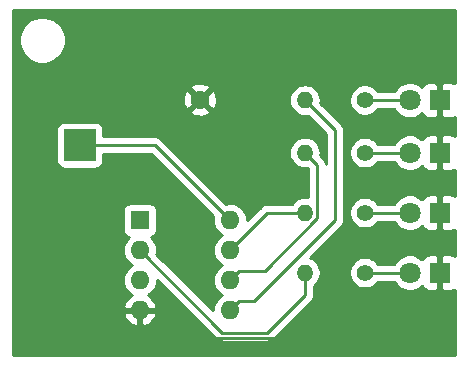
<source format=gtl>
G04 #@! TF.GenerationSoftware,KiCad,Pcbnew,(5.1.2)-1*
G04 #@! TF.CreationDate,2019-05-12T20:46:33-04:00*
G04 #@! TF.ProjectId,Demo2,44656d6f-322e-46b6-9963-61645f706362,rev?*
G04 #@! TF.SameCoordinates,PX80fd3d8PY55fe290*
G04 #@! TF.FileFunction,Copper,L1,Top*
G04 #@! TF.FilePolarity,Positive*
%FSLAX46Y46*%
G04 Gerber Fmt 4.6, Leading zero omitted, Abs format (unit mm)*
G04 Created by KiCad (PCBNEW (5.1.2)-1) date 2019-05-12 20:46:33*
%MOMM*%
%LPD*%
G04 APERTURE LIST*
%ADD10C,1.400000*%
%ADD11O,1.400000X1.400000*%
%ADD12R,2.700000X2.700000*%
%ADD13C,1.600000*%
%ADD14R,1.800000X1.800000*%
%ADD15C,1.800000*%
%ADD16R,1.600000X1.600000*%
%ADD17O,1.600000X1.600000*%
%ADD18C,0.250000*%
%ADD19C,0.254000*%
G04 APERTURE END LIST*
D10*
X30480000Y22225000D03*
D11*
X25400000Y22225000D03*
D12*
X6350000Y18415000D03*
D13*
X16520000Y22265000D03*
D14*
X36830000Y22225000D03*
D15*
X34290000Y22225000D03*
X34290000Y17780000D03*
D14*
X36830000Y17780000D03*
X36830000Y12700000D03*
D15*
X34290000Y12700000D03*
X34290000Y7620000D03*
D14*
X36830000Y7620000D03*
D11*
X25400000Y17780000D03*
D10*
X30480000Y17780000D03*
X30480000Y12700000D03*
D11*
X25400000Y12700000D03*
X25400000Y7620000D03*
D10*
X30480000Y7620000D03*
D16*
X11430000Y12065000D03*
D17*
X19050000Y4445000D03*
X11430000Y9525000D03*
X19050000Y6985000D03*
X11430000Y6985000D03*
X19050000Y9525000D03*
X11430000Y4445000D03*
X19050000Y12065000D03*
D18*
X12700000Y18415000D02*
X19050000Y12065000D01*
X6350000Y18415000D02*
X12700000Y18415000D01*
X36830000Y22225000D02*
X36830000Y17780000D01*
X36830000Y17780000D02*
X36830000Y12700000D01*
X36830000Y12700000D02*
X36830000Y7620000D01*
X18900000Y24645000D02*
X16520000Y22265000D01*
X35560000Y24645000D02*
X18900000Y24645000D01*
X36830000Y22225000D02*
X36830000Y23375000D01*
X36830000Y23375000D02*
X35560000Y24645000D01*
X11430000Y3313630D02*
X12700000Y2043630D01*
X11430000Y4445000D02*
X11430000Y3313630D01*
X12700000Y2043630D02*
X33158630Y2043630D01*
X33158630Y2043630D02*
X36830000Y5715000D01*
X36830000Y5715000D02*
X36830000Y7620000D01*
X30480000Y22225000D02*
X34290000Y22225000D01*
X30480000Y17780000D02*
X34290000Y17780000D01*
X30480000Y12700000D02*
X34290000Y12700000D01*
X30480000Y7620000D02*
X34290000Y7620000D01*
X19849999Y5244999D02*
X21119999Y5244999D01*
X19050000Y4445000D02*
X19849999Y5244999D01*
X21119999Y5244999D02*
X27940000Y12065000D01*
X27940000Y19685000D02*
X25400000Y22225000D01*
X27940000Y12065000D02*
X27940000Y19685000D01*
X26099999Y17080001D02*
X25400000Y17780000D01*
X26425001Y16754999D02*
X26099999Y17080001D01*
X26425001Y12207999D02*
X26425001Y16754999D01*
X22002001Y7784999D02*
X26425001Y12207999D01*
X19849999Y7784999D02*
X22002001Y7784999D01*
X19050000Y6985000D02*
X19849999Y7784999D01*
X22225000Y12700000D02*
X25400000Y12700000D01*
X19050000Y9525000D02*
X22225000Y12700000D01*
X25400000Y5715000D02*
X25400000Y7620000D01*
X22225000Y2540000D02*
X25400000Y5715000D01*
X11430000Y9525000D02*
X18415000Y2540000D01*
X18415000Y2540000D02*
X22225000Y2540000D01*
D19*
G36*
X38075000Y23660612D02*
G01*
X37974180Y23714502D01*
X37854482Y23750812D01*
X37730000Y23763072D01*
X37115750Y23760000D01*
X36957000Y23601250D01*
X36957000Y22352000D01*
X36977000Y22352000D01*
X36977000Y22098000D01*
X36957000Y22098000D01*
X36957000Y20848750D01*
X37115750Y20690000D01*
X37730000Y20686928D01*
X37854482Y20699188D01*
X37974180Y20735498D01*
X38075000Y20789388D01*
X38075000Y19215612D01*
X37974180Y19269502D01*
X37854482Y19305812D01*
X37730000Y19318072D01*
X37115750Y19315000D01*
X36957000Y19156250D01*
X36957000Y17907000D01*
X36977000Y17907000D01*
X36977000Y17653000D01*
X36957000Y17653000D01*
X36957000Y16403750D01*
X37115750Y16245000D01*
X37730000Y16241928D01*
X37854482Y16254188D01*
X37974180Y16290498D01*
X38075000Y16344389D01*
X38075001Y14135611D01*
X37974180Y14189502D01*
X37854482Y14225812D01*
X37730000Y14238072D01*
X37115750Y14235000D01*
X36957000Y14076250D01*
X36957000Y12827000D01*
X36977000Y12827000D01*
X36977000Y12573000D01*
X36957000Y12573000D01*
X36957000Y11323750D01*
X37115750Y11165000D01*
X37730000Y11161928D01*
X37854482Y11174188D01*
X37974180Y11210498D01*
X38075001Y11264389D01*
X38075001Y9055611D01*
X37974180Y9109502D01*
X37854482Y9145812D01*
X37730000Y9158072D01*
X37115750Y9155000D01*
X36957000Y8996250D01*
X36957000Y7747000D01*
X36977000Y7747000D01*
X36977000Y7493000D01*
X36957000Y7493000D01*
X36957000Y6243750D01*
X37115750Y6085000D01*
X37730000Y6081928D01*
X37854482Y6094188D01*
X37974180Y6130498D01*
X38075001Y6184389D01*
X38075001Y660000D01*
X660000Y660000D01*
X660000Y4095961D01*
X10038096Y4095961D01*
X10078754Y3961913D01*
X10198963Y3707580D01*
X10366481Y3481586D01*
X10574869Y3292615D01*
X10816119Y3147930D01*
X11080960Y3053091D01*
X11303000Y3174376D01*
X11303000Y4318000D01*
X11557000Y4318000D01*
X11557000Y3174376D01*
X11779040Y3053091D01*
X12043881Y3147930D01*
X12285131Y3292615D01*
X12493519Y3481586D01*
X12661037Y3707580D01*
X12781246Y3961913D01*
X12821904Y4095961D01*
X12699915Y4318000D01*
X11557000Y4318000D01*
X11303000Y4318000D01*
X10160085Y4318000D01*
X10038096Y4095961D01*
X660000Y4095961D01*
X660000Y19765000D01*
X4361928Y19765000D01*
X4361928Y17065000D01*
X4374188Y16940518D01*
X4410498Y16820820D01*
X4469463Y16710506D01*
X4548815Y16613815D01*
X4645506Y16534463D01*
X4755820Y16475498D01*
X4875518Y16439188D01*
X5000000Y16426928D01*
X7700000Y16426928D01*
X7824482Y16439188D01*
X7944180Y16475498D01*
X8054494Y16534463D01*
X8151185Y16613815D01*
X8230537Y16710506D01*
X8289502Y16820820D01*
X8325812Y16940518D01*
X8338072Y17065000D01*
X8338072Y17655000D01*
X12385199Y17655000D01*
X17649292Y12390906D01*
X17635764Y12346309D01*
X17608057Y12065000D01*
X17635764Y11783691D01*
X17717818Y11513192D01*
X17851068Y11263899D01*
X18030392Y11045392D01*
X18248899Y10866068D01*
X18381858Y10795000D01*
X18248899Y10723932D01*
X18030392Y10544608D01*
X17851068Y10326101D01*
X17717818Y10076808D01*
X17635764Y9806309D01*
X17608057Y9525000D01*
X17635764Y9243691D01*
X17717818Y8973192D01*
X17851068Y8723899D01*
X18030392Y8505392D01*
X18248899Y8326068D01*
X18381858Y8255000D01*
X18248899Y8183932D01*
X18030392Y8004608D01*
X17851068Y7786101D01*
X17717818Y7536808D01*
X17635764Y7266309D01*
X17608057Y6985000D01*
X17635764Y6703691D01*
X17717818Y6433192D01*
X17851068Y6183899D01*
X18030392Y5965392D01*
X18248899Y5786068D01*
X18381858Y5715000D01*
X18248899Y5643932D01*
X18030392Y5464608D01*
X17851068Y5246101D01*
X17717818Y4996808D01*
X17635764Y4726309D01*
X17608057Y4445000D01*
X17610598Y4419204D01*
X12830708Y9199093D01*
X12844236Y9243691D01*
X12871943Y9525000D01*
X12844236Y9806309D01*
X12762182Y10076808D01*
X12628932Y10326101D01*
X12449608Y10544608D01*
X12336518Y10637419D01*
X12354482Y10639188D01*
X12474180Y10675498D01*
X12584494Y10734463D01*
X12681185Y10813815D01*
X12760537Y10910506D01*
X12819502Y11020820D01*
X12855812Y11140518D01*
X12868072Y11265000D01*
X12868072Y12865000D01*
X12855812Y12989482D01*
X12819502Y13109180D01*
X12760537Y13219494D01*
X12681185Y13316185D01*
X12584494Y13395537D01*
X12474180Y13454502D01*
X12354482Y13490812D01*
X12230000Y13503072D01*
X10630000Y13503072D01*
X10505518Y13490812D01*
X10385820Y13454502D01*
X10275506Y13395537D01*
X10178815Y13316185D01*
X10099463Y13219494D01*
X10040498Y13109180D01*
X10004188Y12989482D01*
X9991928Y12865000D01*
X9991928Y11265000D01*
X10004188Y11140518D01*
X10040498Y11020820D01*
X10099463Y10910506D01*
X10178815Y10813815D01*
X10275506Y10734463D01*
X10385820Y10675498D01*
X10505518Y10639188D01*
X10523482Y10637419D01*
X10410392Y10544608D01*
X10231068Y10326101D01*
X10097818Y10076808D01*
X10015764Y9806309D01*
X9988057Y9525000D01*
X10015764Y9243691D01*
X10097818Y8973192D01*
X10231068Y8723899D01*
X10410392Y8505392D01*
X10628899Y8326068D01*
X10761858Y8255000D01*
X10628899Y8183932D01*
X10410392Y8004608D01*
X10231068Y7786101D01*
X10097818Y7536808D01*
X10015764Y7266309D01*
X9988057Y6985000D01*
X10015764Y6703691D01*
X10097818Y6433192D01*
X10231068Y6183899D01*
X10410392Y5965392D01*
X10628899Y5786068D01*
X10766682Y5712421D01*
X10574869Y5597385D01*
X10366481Y5408414D01*
X10198963Y5182420D01*
X10078754Y4928087D01*
X10038096Y4794039D01*
X10160085Y4572000D01*
X11303000Y4572000D01*
X11303000Y4592000D01*
X11557000Y4592000D01*
X11557000Y4572000D01*
X12699915Y4572000D01*
X12821904Y4794039D01*
X12781246Y4928087D01*
X12661037Y5182420D01*
X12493519Y5408414D01*
X12285131Y5597385D01*
X12093318Y5712421D01*
X12231101Y5786068D01*
X12449608Y5965392D01*
X12628932Y6183899D01*
X12762182Y6433192D01*
X12844236Y6703691D01*
X12871943Y6985000D01*
X12869402Y7010796D01*
X17851201Y2028997D01*
X17874999Y1999999D01*
X17990724Y1905026D01*
X18122753Y1834454D01*
X18266014Y1790997D01*
X18377667Y1780000D01*
X18377675Y1780000D01*
X18415000Y1776324D01*
X18452325Y1780000D01*
X22187678Y1780000D01*
X22225000Y1776324D01*
X22262322Y1780000D01*
X22262333Y1780000D01*
X22373986Y1790997D01*
X22517247Y1834454D01*
X22649276Y1905026D01*
X22765001Y1999999D01*
X22788804Y2029003D01*
X25911004Y5151202D01*
X25940001Y5174999D01*
X25997448Y5244998D01*
X26034974Y5290723D01*
X26105546Y5422753D01*
X26144145Y5550000D01*
X26149003Y5566014D01*
X26160000Y5677667D01*
X26160000Y5677676D01*
X26163676Y5714999D01*
X26160000Y5752322D01*
X26160000Y6516702D01*
X26348555Y6671445D01*
X26515382Y6874725D01*
X26639347Y7106646D01*
X26715683Y7358294D01*
X26741459Y7620000D01*
X26728509Y7751486D01*
X29145000Y7751486D01*
X29145000Y7488514D01*
X29196304Y7230595D01*
X29296939Y6987641D01*
X29443038Y6768987D01*
X29628987Y6583038D01*
X29847641Y6436939D01*
X30090595Y6336304D01*
X30348514Y6285000D01*
X30611486Y6285000D01*
X30869405Y6336304D01*
X31112359Y6436939D01*
X31331013Y6583038D01*
X31516962Y6768987D01*
X31577775Y6860000D01*
X32951687Y6860000D01*
X33097688Y6641495D01*
X33311495Y6427688D01*
X33562905Y6259701D01*
X33842257Y6143989D01*
X34138816Y6085000D01*
X34441184Y6085000D01*
X34737743Y6143989D01*
X35017095Y6259701D01*
X35268505Y6427688D01*
X35334944Y6494127D01*
X35340498Y6475820D01*
X35399463Y6365506D01*
X35478815Y6268815D01*
X35575506Y6189463D01*
X35685820Y6130498D01*
X35805518Y6094188D01*
X35930000Y6081928D01*
X36544250Y6085000D01*
X36703000Y6243750D01*
X36703000Y7493000D01*
X36683000Y7493000D01*
X36683000Y7747000D01*
X36703000Y7747000D01*
X36703000Y8996250D01*
X36544250Y9155000D01*
X35930000Y9158072D01*
X35805518Y9145812D01*
X35685820Y9109502D01*
X35575506Y9050537D01*
X35478815Y8971185D01*
X35399463Y8874494D01*
X35340498Y8764180D01*
X35334944Y8745873D01*
X35268505Y8812312D01*
X35017095Y8980299D01*
X34737743Y9096011D01*
X34441184Y9155000D01*
X34138816Y9155000D01*
X33842257Y9096011D01*
X33562905Y8980299D01*
X33311495Y8812312D01*
X33097688Y8598505D01*
X32951687Y8380000D01*
X31577775Y8380000D01*
X31516962Y8471013D01*
X31331013Y8656962D01*
X31112359Y8803061D01*
X30869405Y8903696D01*
X30611486Y8955000D01*
X30348514Y8955000D01*
X30090595Y8903696D01*
X29847641Y8803061D01*
X29628987Y8656962D01*
X29443038Y8471013D01*
X29296939Y8252359D01*
X29196304Y8009405D01*
X29145000Y7751486D01*
X26728509Y7751486D01*
X26715683Y7881706D01*
X26639347Y8133354D01*
X26515382Y8365275D01*
X26348555Y8568555D01*
X26145275Y8735382D01*
X25913354Y8859347D01*
X25833402Y8883600D01*
X28451004Y11501202D01*
X28480001Y11524999D01*
X28528929Y11584618D01*
X28574974Y11640723D01*
X28645546Y11772753D01*
X28653811Y11800000D01*
X28689003Y11916014D01*
X28700000Y12027667D01*
X28700000Y12027677D01*
X28703676Y12065000D01*
X28700000Y12102323D01*
X28700000Y12831486D01*
X29145000Y12831486D01*
X29145000Y12568514D01*
X29196304Y12310595D01*
X29296939Y12067641D01*
X29443038Y11848987D01*
X29628987Y11663038D01*
X29847641Y11516939D01*
X30090595Y11416304D01*
X30348514Y11365000D01*
X30611486Y11365000D01*
X30869405Y11416304D01*
X31112359Y11516939D01*
X31331013Y11663038D01*
X31516962Y11848987D01*
X31577775Y11940000D01*
X32951687Y11940000D01*
X33097688Y11721495D01*
X33311495Y11507688D01*
X33562905Y11339701D01*
X33842257Y11223989D01*
X34138816Y11165000D01*
X34441184Y11165000D01*
X34737743Y11223989D01*
X35017095Y11339701D01*
X35268505Y11507688D01*
X35334944Y11574127D01*
X35340498Y11555820D01*
X35399463Y11445506D01*
X35478815Y11348815D01*
X35575506Y11269463D01*
X35685820Y11210498D01*
X35805518Y11174188D01*
X35930000Y11161928D01*
X36544250Y11165000D01*
X36703000Y11323750D01*
X36703000Y12573000D01*
X36683000Y12573000D01*
X36683000Y12827000D01*
X36703000Y12827000D01*
X36703000Y14076250D01*
X36544250Y14235000D01*
X35930000Y14238072D01*
X35805518Y14225812D01*
X35685820Y14189502D01*
X35575506Y14130537D01*
X35478815Y14051185D01*
X35399463Y13954494D01*
X35340498Y13844180D01*
X35334944Y13825873D01*
X35268505Y13892312D01*
X35017095Y14060299D01*
X34737743Y14176011D01*
X34441184Y14235000D01*
X34138816Y14235000D01*
X33842257Y14176011D01*
X33562905Y14060299D01*
X33311495Y13892312D01*
X33097688Y13678505D01*
X32951687Y13460000D01*
X31577775Y13460000D01*
X31516962Y13551013D01*
X31331013Y13736962D01*
X31112359Y13883061D01*
X30869405Y13983696D01*
X30611486Y14035000D01*
X30348514Y14035000D01*
X30090595Y13983696D01*
X29847641Y13883061D01*
X29628987Y13736962D01*
X29443038Y13551013D01*
X29296939Y13332359D01*
X29196304Y13089405D01*
X29145000Y12831486D01*
X28700000Y12831486D01*
X28700000Y17911486D01*
X29145000Y17911486D01*
X29145000Y17648514D01*
X29196304Y17390595D01*
X29296939Y17147641D01*
X29443038Y16928987D01*
X29628987Y16743038D01*
X29847641Y16596939D01*
X30090595Y16496304D01*
X30348514Y16445000D01*
X30611486Y16445000D01*
X30869405Y16496304D01*
X31112359Y16596939D01*
X31331013Y16743038D01*
X31516962Y16928987D01*
X31577775Y17020000D01*
X32951687Y17020000D01*
X33097688Y16801495D01*
X33311495Y16587688D01*
X33562905Y16419701D01*
X33842257Y16303989D01*
X34138816Y16245000D01*
X34441184Y16245000D01*
X34737743Y16303989D01*
X35017095Y16419701D01*
X35268505Y16587688D01*
X35334944Y16654127D01*
X35340498Y16635820D01*
X35399463Y16525506D01*
X35478815Y16428815D01*
X35575506Y16349463D01*
X35685820Y16290498D01*
X35805518Y16254188D01*
X35930000Y16241928D01*
X36544250Y16245000D01*
X36703000Y16403750D01*
X36703000Y17653000D01*
X36683000Y17653000D01*
X36683000Y17907000D01*
X36703000Y17907000D01*
X36703000Y19156250D01*
X36544250Y19315000D01*
X35930000Y19318072D01*
X35805518Y19305812D01*
X35685820Y19269502D01*
X35575506Y19210537D01*
X35478815Y19131185D01*
X35399463Y19034494D01*
X35340498Y18924180D01*
X35334944Y18905873D01*
X35268505Y18972312D01*
X35017095Y19140299D01*
X34737743Y19256011D01*
X34441184Y19315000D01*
X34138816Y19315000D01*
X33842257Y19256011D01*
X33562905Y19140299D01*
X33311495Y18972312D01*
X33097688Y18758505D01*
X32951687Y18540000D01*
X31577775Y18540000D01*
X31516962Y18631013D01*
X31331013Y18816962D01*
X31112359Y18963061D01*
X30869405Y19063696D01*
X30611486Y19115000D01*
X30348514Y19115000D01*
X30090595Y19063696D01*
X29847641Y18963061D01*
X29628987Y18816962D01*
X29443038Y18631013D01*
X29296939Y18412359D01*
X29196304Y18169405D01*
X29145000Y17911486D01*
X28700000Y17911486D01*
X28700000Y19647678D01*
X28703676Y19685001D01*
X28700000Y19722324D01*
X28700000Y19722333D01*
X28689003Y19833986D01*
X28645546Y19977247D01*
X28574974Y20109276D01*
X28561811Y20125315D01*
X28503799Y20196004D01*
X28503795Y20196008D01*
X28480001Y20225001D01*
X28451008Y20248795D01*
X26717550Y21982251D01*
X26741459Y22225000D01*
X26728509Y22356486D01*
X29145000Y22356486D01*
X29145000Y22093514D01*
X29196304Y21835595D01*
X29296939Y21592641D01*
X29443038Y21373987D01*
X29628987Y21188038D01*
X29847641Y21041939D01*
X30090595Y20941304D01*
X30348514Y20890000D01*
X30611486Y20890000D01*
X30869405Y20941304D01*
X31112359Y21041939D01*
X31331013Y21188038D01*
X31516962Y21373987D01*
X31577775Y21465000D01*
X32951687Y21465000D01*
X33097688Y21246495D01*
X33311495Y21032688D01*
X33562905Y20864701D01*
X33842257Y20748989D01*
X34138816Y20690000D01*
X34441184Y20690000D01*
X34737743Y20748989D01*
X35017095Y20864701D01*
X35268505Y21032688D01*
X35334944Y21099127D01*
X35340498Y21080820D01*
X35399463Y20970506D01*
X35478815Y20873815D01*
X35575506Y20794463D01*
X35685820Y20735498D01*
X35805518Y20699188D01*
X35930000Y20686928D01*
X36544250Y20690000D01*
X36703000Y20848750D01*
X36703000Y22098000D01*
X36683000Y22098000D01*
X36683000Y22352000D01*
X36703000Y22352000D01*
X36703000Y23601250D01*
X36544250Y23760000D01*
X35930000Y23763072D01*
X35805518Y23750812D01*
X35685820Y23714502D01*
X35575506Y23655537D01*
X35478815Y23576185D01*
X35399463Y23479494D01*
X35340498Y23369180D01*
X35334944Y23350873D01*
X35268505Y23417312D01*
X35017095Y23585299D01*
X34737743Y23701011D01*
X34441184Y23760000D01*
X34138816Y23760000D01*
X33842257Y23701011D01*
X33562905Y23585299D01*
X33311495Y23417312D01*
X33097688Y23203505D01*
X32951687Y22985000D01*
X31577775Y22985000D01*
X31516962Y23076013D01*
X31331013Y23261962D01*
X31112359Y23408061D01*
X30869405Y23508696D01*
X30611486Y23560000D01*
X30348514Y23560000D01*
X30090595Y23508696D01*
X29847641Y23408061D01*
X29628987Y23261962D01*
X29443038Y23076013D01*
X29296939Y22857359D01*
X29196304Y22614405D01*
X29145000Y22356486D01*
X26728509Y22356486D01*
X26715683Y22486706D01*
X26639347Y22738354D01*
X26515382Y22970275D01*
X26348555Y23173555D01*
X26145275Y23340382D01*
X25913354Y23464347D01*
X25661706Y23540683D01*
X25465579Y23560000D01*
X25334421Y23560000D01*
X25138294Y23540683D01*
X24886646Y23464347D01*
X24654725Y23340382D01*
X24451445Y23173555D01*
X24284618Y22970275D01*
X24160653Y22738354D01*
X24084317Y22486706D01*
X24058541Y22225000D01*
X24084317Y21963294D01*
X24160653Y21711646D01*
X24284618Y21479725D01*
X24451445Y21276445D01*
X24654725Y21109618D01*
X24886646Y20985653D01*
X25138294Y20909317D01*
X25334421Y20890000D01*
X25465579Y20890000D01*
X25642749Y20907450D01*
X27180001Y19370196D01*
X27180001Y16843101D01*
X27174004Y16903985D01*
X27130547Y17047246D01*
X27059975Y17179275D01*
X26965002Y17295000D01*
X26935998Y17318803D01*
X26717550Y17537251D01*
X26741459Y17780000D01*
X26715683Y18041706D01*
X26639347Y18293354D01*
X26515382Y18525275D01*
X26348555Y18728555D01*
X26145275Y18895382D01*
X25913354Y19019347D01*
X25661706Y19095683D01*
X25465579Y19115000D01*
X25334421Y19115000D01*
X25138294Y19095683D01*
X24886646Y19019347D01*
X24654725Y18895382D01*
X24451445Y18728555D01*
X24284618Y18525275D01*
X24160653Y18293354D01*
X24084317Y18041706D01*
X24058541Y17780000D01*
X24084317Y17518294D01*
X24160653Y17266646D01*
X24284618Y17034725D01*
X24451445Y16831445D01*
X24654725Y16664618D01*
X24886646Y16540653D01*
X25138294Y16464317D01*
X25334421Y16445000D01*
X25465579Y16445000D01*
X25642749Y16462450D01*
X25665002Y16440197D01*
X25665001Y14014683D01*
X25661706Y14015683D01*
X25465579Y14035000D01*
X25334421Y14035000D01*
X25138294Y14015683D01*
X24886646Y13939347D01*
X24654725Y13815382D01*
X24451445Y13648555D01*
X24296702Y13460000D01*
X22262322Y13460000D01*
X22224999Y13463676D01*
X22187676Y13460000D01*
X22187667Y13460000D01*
X22076014Y13449003D01*
X21932753Y13405546D01*
X21800723Y13334974D01*
X21717083Y13266332D01*
X21684999Y13240001D01*
X21661201Y13211003D01*
X20489402Y12039204D01*
X20491943Y12065000D01*
X20464236Y12346309D01*
X20382182Y12616808D01*
X20248932Y12866101D01*
X20069608Y13084608D01*
X19851101Y13263932D01*
X19601808Y13397182D01*
X19331309Y13479236D01*
X19120492Y13500000D01*
X18979508Y13500000D01*
X18768691Y13479236D01*
X18724094Y13465708D01*
X13263804Y18925997D01*
X13240001Y18955001D01*
X13124276Y19049974D01*
X12992247Y19120546D01*
X12848986Y19164003D01*
X12737333Y19175000D01*
X12737322Y19175000D01*
X12700000Y19178676D01*
X12662678Y19175000D01*
X8338072Y19175000D01*
X8338072Y19765000D01*
X8325812Y19889482D01*
X8289502Y20009180D01*
X8230537Y20119494D01*
X8151185Y20216185D01*
X8054494Y20295537D01*
X7944180Y20354502D01*
X7824482Y20390812D01*
X7700000Y20403072D01*
X5000000Y20403072D01*
X4875518Y20390812D01*
X4755820Y20354502D01*
X4645506Y20295537D01*
X4548815Y20216185D01*
X4469463Y20119494D01*
X4410498Y20009180D01*
X4374188Y19889482D01*
X4361928Y19765000D01*
X660000Y19765000D01*
X660000Y21272298D01*
X15706903Y21272298D01*
X15778486Y21028329D01*
X16033996Y20907429D01*
X16308184Y20838700D01*
X16590512Y20824783D01*
X16870130Y20866213D01*
X17136292Y20961397D01*
X17261514Y21028329D01*
X17333097Y21272298D01*
X16520000Y22085395D01*
X15706903Y21272298D01*
X660000Y21272298D01*
X660000Y22194488D01*
X15079783Y22194488D01*
X15121213Y21914870D01*
X15216397Y21648708D01*
X15283329Y21523486D01*
X15527298Y21451903D01*
X16340395Y22265000D01*
X16699605Y22265000D01*
X17512702Y21451903D01*
X17756671Y21523486D01*
X17877571Y21778996D01*
X17946300Y22053184D01*
X17960217Y22335512D01*
X17918787Y22615130D01*
X17823603Y22881292D01*
X17756671Y23006514D01*
X17512702Y23078097D01*
X16699605Y22265000D01*
X16340395Y22265000D01*
X15527298Y23078097D01*
X15283329Y23006514D01*
X15162429Y22751004D01*
X15093700Y22476816D01*
X15079783Y22194488D01*
X660000Y22194488D01*
X660000Y23257702D01*
X15706903Y23257702D01*
X16520000Y22444605D01*
X17333097Y23257702D01*
X17261514Y23501671D01*
X17006004Y23622571D01*
X16731816Y23691300D01*
X16449488Y23705217D01*
X16169870Y23663787D01*
X15903708Y23568603D01*
X15778486Y23501671D01*
X15706903Y23257702D01*
X660000Y23257702D01*
X660000Y27500505D01*
X1190000Y27500505D01*
X1190000Y27109495D01*
X1266282Y26725997D01*
X1415915Y26364750D01*
X1633149Y26039636D01*
X1909636Y25763149D01*
X2234750Y25545915D01*
X2595997Y25396282D01*
X2979495Y25320000D01*
X3370505Y25320000D01*
X3754003Y25396282D01*
X4115250Y25545915D01*
X4440364Y25763149D01*
X4716851Y26039636D01*
X4934085Y26364750D01*
X5083718Y26725997D01*
X5160000Y27109495D01*
X5160000Y27500505D01*
X5083718Y27884003D01*
X4934085Y28245250D01*
X4716851Y28570364D01*
X4440364Y28846851D01*
X4115250Y29064085D01*
X3754003Y29213718D01*
X3370505Y29290000D01*
X2979495Y29290000D01*
X2595997Y29213718D01*
X2234750Y29064085D01*
X1909636Y28846851D01*
X1633149Y28570364D01*
X1415915Y28245250D01*
X1266282Y27884003D01*
X1190000Y27500505D01*
X660000Y27500505D01*
X660000Y29820000D01*
X38075000Y29820000D01*
X38075000Y23660612D01*
X38075000Y23660612D01*
G37*
X38075000Y23660612D02*
X37974180Y23714502D01*
X37854482Y23750812D01*
X37730000Y23763072D01*
X37115750Y23760000D01*
X36957000Y23601250D01*
X36957000Y22352000D01*
X36977000Y22352000D01*
X36977000Y22098000D01*
X36957000Y22098000D01*
X36957000Y20848750D01*
X37115750Y20690000D01*
X37730000Y20686928D01*
X37854482Y20699188D01*
X37974180Y20735498D01*
X38075000Y20789388D01*
X38075000Y19215612D01*
X37974180Y19269502D01*
X37854482Y19305812D01*
X37730000Y19318072D01*
X37115750Y19315000D01*
X36957000Y19156250D01*
X36957000Y17907000D01*
X36977000Y17907000D01*
X36977000Y17653000D01*
X36957000Y17653000D01*
X36957000Y16403750D01*
X37115750Y16245000D01*
X37730000Y16241928D01*
X37854482Y16254188D01*
X37974180Y16290498D01*
X38075000Y16344389D01*
X38075001Y14135611D01*
X37974180Y14189502D01*
X37854482Y14225812D01*
X37730000Y14238072D01*
X37115750Y14235000D01*
X36957000Y14076250D01*
X36957000Y12827000D01*
X36977000Y12827000D01*
X36977000Y12573000D01*
X36957000Y12573000D01*
X36957000Y11323750D01*
X37115750Y11165000D01*
X37730000Y11161928D01*
X37854482Y11174188D01*
X37974180Y11210498D01*
X38075001Y11264389D01*
X38075001Y9055611D01*
X37974180Y9109502D01*
X37854482Y9145812D01*
X37730000Y9158072D01*
X37115750Y9155000D01*
X36957000Y8996250D01*
X36957000Y7747000D01*
X36977000Y7747000D01*
X36977000Y7493000D01*
X36957000Y7493000D01*
X36957000Y6243750D01*
X37115750Y6085000D01*
X37730000Y6081928D01*
X37854482Y6094188D01*
X37974180Y6130498D01*
X38075001Y6184389D01*
X38075001Y660000D01*
X660000Y660000D01*
X660000Y4095961D01*
X10038096Y4095961D01*
X10078754Y3961913D01*
X10198963Y3707580D01*
X10366481Y3481586D01*
X10574869Y3292615D01*
X10816119Y3147930D01*
X11080960Y3053091D01*
X11303000Y3174376D01*
X11303000Y4318000D01*
X11557000Y4318000D01*
X11557000Y3174376D01*
X11779040Y3053091D01*
X12043881Y3147930D01*
X12285131Y3292615D01*
X12493519Y3481586D01*
X12661037Y3707580D01*
X12781246Y3961913D01*
X12821904Y4095961D01*
X12699915Y4318000D01*
X11557000Y4318000D01*
X11303000Y4318000D01*
X10160085Y4318000D01*
X10038096Y4095961D01*
X660000Y4095961D01*
X660000Y19765000D01*
X4361928Y19765000D01*
X4361928Y17065000D01*
X4374188Y16940518D01*
X4410498Y16820820D01*
X4469463Y16710506D01*
X4548815Y16613815D01*
X4645506Y16534463D01*
X4755820Y16475498D01*
X4875518Y16439188D01*
X5000000Y16426928D01*
X7700000Y16426928D01*
X7824482Y16439188D01*
X7944180Y16475498D01*
X8054494Y16534463D01*
X8151185Y16613815D01*
X8230537Y16710506D01*
X8289502Y16820820D01*
X8325812Y16940518D01*
X8338072Y17065000D01*
X8338072Y17655000D01*
X12385199Y17655000D01*
X17649292Y12390906D01*
X17635764Y12346309D01*
X17608057Y12065000D01*
X17635764Y11783691D01*
X17717818Y11513192D01*
X17851068Y11263899D01*
X18030392Y11045392D01*
X18248899Y10866068D01*
X18381858Y10795000D01*
X18248899Y10723932D01*
X18030392Y10544608D01*
X17851068Y10326101D01*
X17717818Y10076808D01*
X17635764Y9806309D01*
X17608057Y9525000D01*
X17635764Y9243691D01*
X17717818Y8973192D01*
X17851068Y8723899D01*
X18030392Y8505392D01*
X18248899Y8326068D01*
X18381858Y8255000D01*
X18248899Y8183932D01*
X18030392Y8004608D01*
X17851068Y7786101D01*
X17717818Y7536808D01*
X17635764Y7266309D01*
X17608057Y6985000D01*
X17635764Y6703691D01*
X17717818Y6433192D01*
X17851068Y6183899D01*
X18030392Y5965392D01*
X18248899Y5786068D01*
X18381858Y5715000D01*
X18248899Y5643932D01*
X18030392Y5464608D01*
X17851068Y5246101D01*
X17717818Y4996808D01*
X17635764Y4726309D01*
X17608057Y4445000D01*
X17610598Y4419204D01*
X12830708Y9199093D01*
X12844236Y9243691D01*
X12871943Y9525000D01*
X12844236Y9806309D01*
X12762182Y10076808D01*
X12628932Y10326101D01*
X12449608Y10544608D01*
X12336518Y10637419D01*
X12354482Y10639188D01*
X12474180Y10675498D01*
X12584494Y10734463D01*
X12681185Y10813815D01*
X12760537Y10910506D01*
X12819502Y11020820D01*
X12855812Y11140518D01*
X12868072Y11265000D01*
X12868072Y12865000D01*
X12855812Y12989482D01*
X12819502Y13109180D01*
X12760537Y13219494D01*
X12681185Y13316185D01*
X12584494Y13395537D01*
X12474180Y13454502D01*
X12354482Y13490812D01*
X12230000Y13503072D01*
X10630000Y13503072D01*
X10505518Y13490812D01*
X10385820Y13454502D01*
X10275506Y13395537D01*
X10178815Y13316185D01*
X10099463Y13219494D01*
X10040498Y13109180D01*
X10004188Y12989482D01*
X9991928Y12865000D01*
X9991928Y11265000D01*
X10004188Y11140518D01*
X10040498Y11020820D01*
X10099463Y10910506D01*
X10178815Y10813815D01*
X10275506Y10734463D01*
X10385820Y10675498D01*
X10505518Y10639188D01*
X10523482Y10637419D01*
X10410392Y10544608D01*
X10231068Y10326101D01*
X10097818Y10076808D01*
X10015764Y9806309D01*
X9988057Y9525000D01*
X10015764Y9243691D01*
X10097818Y8973192D01*
X10231068Y8723899D01*
X10410392Y8505392D01*
X10628899Y8326068D01*
X10761858Y8255000D01*
X10628899Y8183932D01*
X10410392Y8004608D01*
X10231068Y7786101D01*
X10097818Y7536808D01*
X10015764Y7266309D01*
X9988057Y6985000D01*
X10015764Y6703691D01*
X10097818Y6433192D01*
X10231068Y6183899D01*
X10410392Y5965392D01*
X10628899Y5786068D01*
X10766682Y5712421D01*
X10574869Y5597385D01*
X10366481Y5408414D01*
X10198963Y5182420D01*
X10078754Y4928087D01*
X10038096Y4794039D01*
X10160085Y4572000D01*
X11303000Y4572000D01*
X11303000Y4592000D01*
X11557000Y4592000D01*
X11557000Y4572000D01*
X12699915Y4572000D01*
X12821904Y4794039D01*
X12781246Y4928087D01*
X12661037Y5182420D01*
X12493519Y5408414D01*
X12285131Y5597385D01*
X12093318Y5712421D01*
X12231101Y5786068D01*
X12449608Y5965392D01*
X12628932Y6183899D01*
X12762182Y6433192D01*
X12844236Y6703691D01*
X12871943Y6985000D01*
X12869402Y7010796D01*
X17851201Y2028997D01*
X17874999Y1999999D01*
X17990724Y1905026D01*
X18122753Y1834454D01*
X18266014Y1790997D01*
X18377667Y1780000D01*
X18377675Y1780000D01*
X18415000Y1776324D01*
X18452325Y1780000D01*
X22187678Y1780000D01*
X22225000Y1776324D01*
X22262322Y1780000D01*
X22262333Y1780000D01*
X22373986Y1790997D01*
X22517247Y1834454D01*
X22649276Y1905026D01*
X22765001Y1999999D01*
X22788804Y2029003D01*
X25911004Y5151202D01*
X25940001Y5174999D01*
X25997448Y5244998D01*
X26034974Y5290723D01*
X26105546Y5422753D01*
X26144145Y5550000D01*
X26149003Y5566014D01*
X26160000Y5677667D01*
X26160000Y5677676D01*
X26163676Y5714999D01*
X26160000Y5752322D01*
X26160000Y6516702D01*
X26348555Y6671445D01*
X26515382Y6874725D01*
X26639347Y7106646D01*
X26715683Y7358294D01*
X26741459Y7620000D01*
X26728509Y7751486D01*
X29145000Y7751486D01*
X29145000Y7488514D01*
X29196304Y7230595D01*
X29296939Y6987641D01*
X29443038Y6768987D01*
X29628987Y6583038D01*
X29847641Y6436939D01*
X30090595Y6336304D01*
X30348514Y6285000D01*
X30611486Y6285000D01*
X30869405Y6336304D01*
X31112359Y6436939D01*
X31331013Y6583038D01*
X31516962Y6768987D01*
X31577775Y6860000D01*
X32951687Y6860000D01*
X33097688Y6641495D01*
X33311495Y6427688D01*
X33562905Y6259701D01*
X33842257Y6143989D01*
X34138816Y6085000D01*
X34441184Y6085000D01*
X34737743Y6143989D01*
X35017095Y6259701D01*
X35268505Y6427688D01*
X35334944Y6494127D01*
X35340498Y6475820D01*
X35399463Y6365506D01*
X35478815Y6268815D01*
X35575506Y6189463D01*
X35685820Y6130498D01*
X35805518Y6094188D01*
X35930000Y6081928D01*
X36544250Y6085000D01*
X36703000Y6243750D01*
X36703000Y7493000D01*
X36683000Y7493000D01*
X36683000Y7747000D01*
X36703000Y7747000D01*
X36703000Y8996250D01*
X36544250Y9155000D01*
X35930000Y9158072D01*
X35805518Y9145812D01*
X35685820Y9109502D01*
X35575506Y9050537D01*
X35478815Y8971185D01*
X35399463Y8874494D01*
X35340498Y8764180D01*
X35334944Y8745873D01*
X35268505Y8812312D01*
X35017095Y8980299D01*
X34737743Y9096011D01*
X34441184Y9155000D01*
X34138816Y9155000D01*
X33842257Y9096011D01*
X33562905Y8980299D01*
X33311495Y8812312D01*
X33097688Y8598505D01*
X32951687Y8380000D01*
X31577775Y8380000D01*
X31516962Y8471013D01*
X31331013Y8656962D01*
X31112359Y8803061D01*
X30869405Y8903696D01*
X30611486Y8955000D01*
X30348514Y8955000D01*
X30090595Y8903696D01*
X29847641Y8803061D01*
X29628987Y8656962D01*
X29443038Y8471013D01*
X29296939Y8252359D01*
X29196304Y8009405D01*
X29145000Y7751486D01*
X26728509Y7751486D01*
X26715683Y7881706D01*
X26639347Y8133354D01*
X26515382Y8365275D01*
X26348555Y8568555D01*
X26145275Y8735382D01*
X25913354Y8859347D01*
X25833402Y8883600D01*
X28451004Y11501202D01*
X28480001Y11524999D01*
X28528929Y11584618D01*
X28574974Y11640723D01*
X28645546Y11772753D01*
X28653811Y11800000D01*
X28689003Y11916014D01*
X28700000Y12027667D01*
X28700000Y12027677D01*
X28703676Y12065000D01*
X28700000Y12102323D01*
X28700000Y12831486D01*
X29145000Y12831486D01*
X29145000Y12568514D01*
X29196304Y12310595D01*
X29296939Y12067641D01*
X29443038Y11848987D01*
X29628987Y11663038D01*
X29847641Y11516939D01*
X30090595Y11416304D01*
X30348514Y11365000D01*
X30611486Y11365000D01*
X30869405Y11416304D01*
X31112359Y11516939D01*
X31331013Y11663038D01*
X31516962Y11848987D01*
X31577775Y11940000D01*
X32951687Y11940000D01*
X33097688Y11721495D01*
X33311495Y11507688D01*
X33562905Y11339701D01*
X33842257Y11223989D01*
X34138816Y11165000D01*
X34441184Y11165000D01*
X34737743Y11223989D01*
X35017095Y11339701D01*
X35268505Y11507688D01*
X35334944Y11574127D01*
X35340498Y11555820D01*
X35399463Y11445506D01*
X35478815Y11348815D01*
X35575506Y11269463D01*
X35685820Y11210498D01*
X35805518Y11174188D01*
X35930000Y11161928D01*
X36544250Y11165000D01*
X36703000Y11323750D01*
X36703000Y12573000D01*
X36683000Y12573000D01*
X36683000Y12827000D01*
X36703000Y12827000D01*
X36703000Y14076250D01*
X36544250Y14235000D01*
X35930000Y14238072D01*
X35805518Y14225812D01*
X35685820Y14189502D01*
X35575506Y14130537D01*
X35478815Y14051185D01*
X35399463Y13954494D01*
X35340498Y13844180D01*
X35334944Y13825873D01*
X35268505Y13892312D01*
X35017095Y14060299D01*
X34737743Y14176011D01*
X34441184Y14235000D01*
X34138816Y14235000D01*
X33842257Y14176011D01*
X33562905Y14060299D01*
X33311495Y13892312D01*
X33097688Y13678505D01*
X32951687Y13460000D01*
X31577775Y13460000D01*
X31516962Y13551013D01*
X31331013Y13736962D01*
X31112359Y13883061D01*
X30869405Y13983696D01*
X30611486Y14035000D01*
X30348514Y14035000D01*
X30090595Y13983696D01*
X29847641Y13883061D01*
X29628987Y13736962D01*
X29443038Y13551013D01*
X29296939Y13332359D01*
X29196304Y13089405D01*
X29145000Y12831486D01*
X28700000Y12831486D01*
X28700000Y17911486D01*
X29145000Y17911486D01*
X29145000Y17648514D01*
X29196304Y17390595D01*
X29296939Y17147641D01*
X29443038Y16928987D01*
X29628987Y16743038D01*
X29847641Y16596939D01*
X30090595Y16496304D01*
X30348514Y16445000D01*
X30611486Y16445000D01*
X30869405Y16496304D01*
X31112359Y16596939D01*
X31331013Y16743038D01*
X31516962Y16928987D01*
X31577775Y17020000D01*
X32951687Y17020000D01*
X33097688Y16801495D01*
X33311495Y16587688D01*
X33562905Y16419701D01*
X33842257Y16303989D01*
X34138816Y16245000D01*
X34441184Y16245000D01*
X34737743Y16303989D01*
X35017095Y16419701D01*
X35268505Y16587688D01*
X35334944Y16654127D01*
X35340498Y16635820D01*
X35399463Y16525506D01*
X35478815Y16428815D01*
X35575506Y16349463D01*
X35685820Y16290498D01*
X35805518Y16254188D01*
X35930000Y16241928D01*
X36544250Y16245000D01*
X36703000Y16403750D01*
X36703000Y17653000D01*
X36683000Y17653000D01*
X36683000Y17907000D01*
X36703000Y17907000D01*
X36703000Y19156250D01*
X36544250Y19315000D01*
X35930000Y19318072D01*
X35805518Y19305812D01*
X35685820Y19269502D01*
X35575506Y19210537D01*
X35478815Y19131185D01*
X35399463Y19034494D01*
X35340498Y18924180D01*
X35334944Y18905873D01*
X35268505Y18972312D01*
X35017095Y19140299D01*
X34737743Y19256011D01*
X34441184Y19315000D01*
X34138816Y19315000D01*
X33842257Y19256011D01*
X33562905Y19140299D01*
X33311495Y18972312D01*
X33097688Y18758505D01*
X32951687Y18540000D01*
X31577775Y18540000D01*
X31516962Y18631013D01*
X31331013Y18816962D01*
X31112359Y18963061D01*
X30869405Y19063696D01*
X30611486Y19115000D01*
X30348514Y19115000D01*
X30090595Y19063696D01*
X29847641Y18963061D01*
X29628987Y18816962D01*
X29443038Y18631013D01*
X29296939Y18412359D01*
X29196304Y18169405D01*
X29145000Y17911486D01*
X28700000Y17911486D01*
X28700000Y19647678D01*
X28703676Y19685001D01*
X28700000Y19722324D01*
X28700000Y19722333D01*
X28689003Y19833986D01*
X28645546Y19977247D01*
X28574974Y20109276D01*
X28561811Y20125315D01*
X28503799Y20196004D01*
X28503795Y20196008D01*
X28480001Y20225001D01*
X28451008Y20248795D01*
X26717550Y21982251D01*
X26741459Y22225000D01*
X26728509Y22356486D01*
X29145000Y22356486D01*
X29145000Y22093514D01*
X29196304Y21835595D01*
X29296939Y21592641D01*
X29443038Y21373987D01*
X29628987Y21188038D01*
X29847641Y21041939D01*
X30090595Y20941304D01*
X30348514Y20890000D01*
X30611486Y20890000D01*
X30869405Y20941304D01*
X31112359Y21041939D01*
X31331013Y21188038D01*
X31516962Y21373987D01*
X31577775Y21465000D01*
X32951687Y21465000D01*
X33097688Y21246495D01*
X33311495Y21032688D01*
X33562905Y20864701D01*
X33842257Y20748989D01*
X34138816Y20690000D01*
X34441184Y20690000D01*
X34737743Y20748989D01*
X35017095Y20864701D01*
X35268505Y21032688D01*
X35334944Y21099127D01*
X35340498Y21080820D01*
X35399463Y20970506D01*
X35478815Y20873815D01*
X35575506Y20794463D01*
X35685820Y20735498D01*
X35805518Y20699188D01*
X35930000Y20686928D01*
X36544250Y20690000D01*
X36703000Y20848750D01*
X36703000Y22098000D01*
X36683000Y22098000D01*
X36683000Y22352000D01*
X36703000Y22352000D01*
X36703000Y23601250D01*
X36544250Y23760000D01*
X35930000Y23763072D01*
X35805518Y23750812D01*
X35685820Y23714502D01*
X35575506Y23655537D01*
X35478815Y23576185D01*
X35399463Y23479494D01*
X35340498Y23369180D01*
X35334944Y23350873D01*
X35268505Y23417312D01*
X35017095Y23585299D01*
X34737743Y23701011D01*
X34441184Y23760000D01*
X34138816Y23760000D01*
X33842257Y23701011D01*
X33562905Y23585299D01*
X33311495Y23417312D01*
X33097688Y23203505D01*
X32951687Y22985000D01*
X31577775Y22985000D01*
X31516962Y23076013D01*
X31331013Y23261962D01*
X31112359Y23408061D01*
X30869405Y23508696D01*
X30611486Y23560000D01*
X30348514Y23560000D01*
X30090595Y23508696D01*
X29847641Y23408061D01*
X29628987Y23261962D01*
X29443038Y23076013D01*
X29296939Y22857359D01*
X29196304Y22614405D01*
X29145000Y22356486D01*
X26728509Y22356486D01*
X26715683Y22486706D01*
X26639347Y22738354D01*
X26515382Y22970275D01*
X26348555Y23173555D01*
X26145275Y23340382D01*
X25913354Y23464347D01*
X25661706Y23540683D01*
X25465579Y23560000D01*
X25334421Y23560000D01*
X25138294Y23540683D01*
X24886646Y23464347D01*
X24654725Y23340382D01*
X24451445Y23173555D01*
X24284618Y22970275D01*
X24160653Y22738354D01*
X24084317Y22486706D01*
X24058541Y22225000D01*
X24084317Y21963294D01*
X24160653Y21711646D01*
X24284618Y21479725D01*
X24451445Y21276445D01*
X24654725Y21109618D01*
X24886646Y20985653D01*
X25138294Y20909317D01*
X25334421Y20890000D01*
X25465579Y20890000D01*
X25642749Y20907450D01*
X27180001Y19370196D01*
X27180001Y16843101D01*
X27174004Y16903985D01*
X27130547Y17047246D01*
X27059975Y17179275D01*
X26965002Y17295000D01*
X26935998Y17318803D01*
X26717550Y17537251D01*
X26741459Y17780000D01*
X26715683Y18041706D01*
X26639347Y18293354D01*
X26515382Y18525275D01*
X26348555Y18728555D01*
X26145275Y18895382D01*
X25913354Y19019347D01*
X25661706Y19095683D01*
X25465579Y19115000D01*
X25334421Y19115000D01*
X25138294Y19095683D01*
X24886646Y19019347D01*
X24654725Y18895382D01*
X24451445Y18728555D01*
X24284618Y18525275D01*
X24160653Y18293354D01*
X24084317Y18041706D01*
X24058541Y17780000D01*
X24084317Y17518294D01*
X24160653Y17266646D01*
X24284618Y17034725D01*
X24451445Y16831445D01*
X24654725Y16664618D01*
X24886646Y16540653D01*
X25138294Y16464317D01*
X25334421Y16445000D01*
X25465579Y16445000D01*
X25642749Y16462450D01*
X25665002Y16440197D01*
X25665001Y14014683D01*
X25661706Y14015683D01*
X25465579Y14035000D01*
X25334421Y14035000D01*
X25138294Y14015683D01*
X24886646Y13939347D01*
X24654725Y13815382D01*
X24451445Y13648555D01*
X24296702Y13460000D01*
X22262322Y13460000D01*
X22224999Y13463676D01*
X22187676Y13460000D01*
X22187667Y13460000D01*
X22076014Y13449003D01*
X21932753Y13405546D01*
X21800723Y13334974D01*
X21717083Y13266332D01*
X21684999Y13240001D01*
X21661201Y13211003D01*
X20489402Y12039204D01*
X20491943Y12065000D01*
X20464236Y12346309D01*
X20382182Y12616808D01*
X20248932Y12866101D01*
X20069608Y13084608D01*
X19851101Y13263932D01*
X19601808Y13397182D01*
X19331309Y13479236D01*
X19120492Y13500000D01*
X18979508Y13500000D01*
X18768691Y13479236D01*
X18724094Y13465708D01*
X13263804Y18925997D01*
X13240001Y18955001D01*
X13124276Y19049974D01*
X12992247Y19120546D01*
X12848986Y19164003D01*
X12737333Y19175000D01*
X12737322Y19175000D01*
X12700000Y19178676D01*
X12662678Y19175000D01*
X8338072Y19175000D01*
X8338072Y19765000D01*
X8325812Y19889482D01*
X8289502Y20009180D01*
X8230537Y20119494D01*
X8151185Y20216185D01*
X8054494Y20295537D01*
X7944180Y20354502D01*
X7824482Y20390812D01*
X7700000Y20403072D01*
X5000000Y20403072D01*
X4875518Y20390812D01*
X4755820Y20354502D01*
X4645506Y20295537D01*
X4548815Y20216185D01*
X4469463Y20119494D01*
X4410498Y20009180D01*
X4374188Y19889482D01*
X4361928Y19765000D01*
X660000Y19765000D01*
X660000Y21272298D01*
X15706903Y21272298D01*
X15778486Y21028329D01*
X16033996Y20907429D01*
X16308184Y20838700D01*
X16590512Y20824783D01*
X16870130Y20866213D01*
X17136292Y20961397D01*
X17261514Y21028329D01*
X17333097Y21272298D01*
X16520000Y22085395D01*
X15706903Y21272298D01*
X660000Y21272298D01*
X660000Y22194488D01*
X15079783Y22194488D01*
X15121213Y21914870D01*
X15216397Y21648708D01*
X15283329Y21523486D01*
X15527298Y21451903D01*
X16340395Y22265000D01*
X16699605Y22265000D01*
X17512702Y21451903D01*
X17756671Y21523486D01*
X17877571Y21778996D01*
X17946300Y22053184D01*
X17960217Y22335512D01*
X17918787Y22615130D01*
X17823603Y22881292D01*
X17756671Y23006514D01*
X17512702Y23078097D01*
X16699605Y22265000D01*
X16340395Y22265000D01*
X15527298Y23078097D01*
X15283329Y23006514D01*
X15162429Y22751004D01*
X15093700Y22476816D01*
X15079783Y22194488D01*
X660000Y22194488D01*
X660000Y23257702D01*
X15706903Y23257702D01*
X16520000Y22444605D01*
X17333097Y23257702D01*
X17261514Y23501671D01*
X17006004Y23622571D01*
X16731816Y23691300D01*
X16449488Y23705217D01*
X16169870Y23663787D01*
X15903708Y23568603D01*
X15778486Y23501671D01*
X15706903Y23257702D01*
X660000Y23257702D01*
X660000Y27500505D01*
X1190000Y27500505D01*
X1190000Y27109495D01*
X1266282Y26725997D01*
X1415915Y26364750D01*
X1633149Y26039636D01*
X1909636Y25763149D01*
X2234750Y25545915D01*
X2595997Y25396282D01*
X2979495Y25320000D01*
X3370505Y25320000D01*
X3754003Y25396282D01*
X4115250Y25545915D01*
X4440364Y25763149D01*
X4716851Y26039636D01*
X4934085Y26364750D01*
X5083718Y26725997D01*
X5160000Y27109495D01*
X5160000Y27500505D01*
X5083718Y27884003D01*
X4934085Y28245250D01*
X4716851Y28570364D01*
X4440364Y28846851D01*
X4115250Y29064085D01*
X3754003Y29213718D01*
X3370505Y29290000D01*
X2979495Y29290000D01*
X2595997Y29213718D01*
X2234750Y29064085D01*
X1909636Y28846851D01*
X1633149Y28570364D01*
X1415915Y28245250D01*
X1266282Y27884003D01*
X1190000Y27500505D01*
X660000Y27500505D01*
X660000Y29820000D01*
X38075000Y29820000D01*
X38075000Y23660612D01*
M02*

</source>
